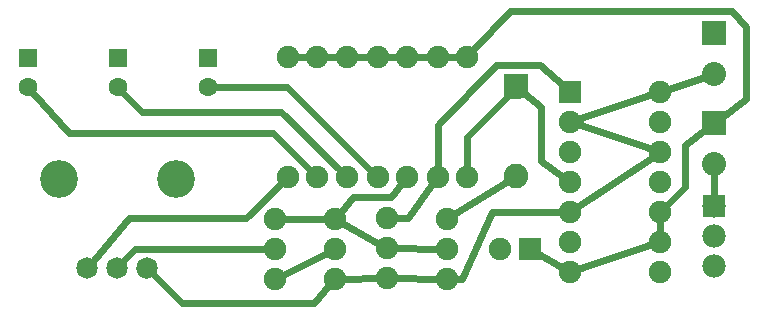
<source format=gtl>
G04 MADE WITH FRITZING*
G04 WWW.FRITZING.ORG*
G04 DOUBLE SIDED*
G04 HOLES PLATED*
G04 CONTOUR ON CENTER OF CONTOUR VECTOR*
%ASAXBY*%
%FSLAX23Y23*%
%MOIN*%
%OFA0B0*%
%SFA1.0B1.0*%
%ADD10C,0.075000*%
%ADD11C,0.082000*%
%ADD12C,0.080000*%
%ADD13C,0.071889*%
%ADD14C,0.071917*%
%ADD15C,0.124033*%
%ADD16C,0.078000*%
%ADD17C,0.062992*%
%ADD18C,0.125984*%
%ADD19R,0.082000X0.082000*%
%ADD20R,0.080000X0.080000*%
%ADD21R,0.075000X0.075000*%
%ADD22R,0.078000X0.078000*%
%ADD23R,0.062992X0.062992*%
%ADD24C,0.024000*%
%LNCOPPER1*%
G90*
G70*
G54D10*
X1588Y888D03*
X1588Y488D03*
X1487Y888D03*
X1487Y488D03*
X1388Y888D03*
X1388Y488D03*
X1287Y888D03*
X1287Y488D03*
X1687Y888D03*
X1687Y488D03*
X1187Y888D03*
X1187Y488D03*
X1088Y488D03*
X1088Y888D03*
G54D11*
X1851Y788D03*
X1851Y490D03*
G54D12*
X2508Y667D03*
X2508Y529D03*
G54D10*
X2030Y771D03*
X2330Y771D03*
X2030Y671D03*
X2330Y671D03*
X2030Y571D03*
X2330Y571D03*
X2030Y471D03*
X2330Y471D03*
X2030Y371D03*
X2330Y371D03*
X2030Y271D03*
X2330Y271D03*
X2030Y171D03*
X2330Y171D03*
X1619Y148D03*
X1619Y248D03*
X1619Y348D03*
X1419Y149D03*
X1419Y249D03*
X1419Y349D03*
X1246Y348D03*
X1246Y248D03*
X1246Y148D03*
X1046Y348D03*
X1046Y248D03*
X1046Y148D03*
X1895Y247D03*
X1795Y247D03*
G54D13*
X421Y185D03*
X521Y185D03*
G54D14*
X621Y185D03*
G54D15*
X326Y480D03*
X715Y480D03*
G54D16*
X2510Y391D03*
X2510Y291D03*
X2510Y191D03*
G54D17*
X822Y885D03*
X822Y786D03*
X522Y885D03*
X522Y787D03*
X222Y885D03*
X222Y786D03*
G54D12*
X2508Y967D03*
X2508Y829D03*
G54D18*
X325Y480D03*
X715Y480D03*
G54D19*
X1851Y789D03*
G54D20*
X2508Y667D03*
G54D21*
X2030Y771D03*
X1895Y247D03*
G54D22*
X2510Y391D03*
G54D23*
X822Y885D03*
X522Y885D03*
X222Y885D03*
G54D20*
X2508Y967D03*
G54D24*
X1490Y349D02*
X1571Y464D01*
D02*
X1447Y349D02*
X1490Y349D01*
D02*
X1588Y660D02*
X1783Y860D01*
D02*
X1783Y860D02*
X1929Y860D01*
D02*
X1929Y860D02*
X2009Y790D01*
D02*
X1588Y516D02*
X1588Y660D01*
D02*
X1306Y419D02*
X1433Y419D01*
D02*
X1265Y370D02*
X1306Y419D01*
D02*
X1433Y419D02*
X1470Y466D01*
D02*
X1075Y348D02*
X1217Y348D01*
D02*
X1271Y334D02*
X1394Y263D01*
D02*
X1447Y249D02*
X1590Y248D01*
D02*
X360Y634D02*
X1040Y634D01*
D02*
X240Y766D02*
X360Y634D01*
D02*
X1040Y634D02*
X1167Y508D01*
D02*
X1359Y888D02*
X1316Y888D01*
D02*
X1416Y888D02*
X1459Y888D01*
D02*
X1516Y888D02*
X1559Y888D01*
D02*
X1616Y888D02*
X1659Y888D01*
D02*
X1159Y888D02*
X1116Y888D01*
D02*
X2568Y1039D02*
X2615Y988D01*
D02*
X2615Y746D02*
X2533Y685D01*
D02*
X2615Y988D02*
X2615Y746D01*
D02*
X1829Y1039D02*
X2568Y1039D01*
D02*
X1707Y909D02*
X1829Y1039D01*
D02*
X1920Y233D02*
X2005Y185D01*
D02*
X2414Y452D02*
X2351Y391D01*
D02*
X2414Y592D02*
X2414Y452D01*
D02*
X2484Y647D02*
X2414Y592D01*
D02*
X604Y705D02*
X1067Y705D01*
D02*
X541Y768D02*
X604Y705D01*
D02*
X1067Y705D02*
X1267Y508D01*
D02*
X1687Y621D02*
X1687Y517D01*
D02*
X1829Y765D02*
X1687Y621D01*
D02*
X1933Y541D02*
X2007Y488D01*
D02*
X1933Y719D02*
X1933Y541D01*
D02*
X1876Y767D02*
X1933Y719D01*
D02*
X1086Y786D02*
X849Y786D01*
D02*
X1367Y508D02*
X1086Y786D01*
D02*
X951Y349D02*
X1068Y468D01*
D02*
X558Y349D02*
X951Y349D01*
D02*
X442Y210D02*
X558Y349D01*
D02*
X1643Y363D02*
X1824Y473D01*
D02*
X2509Y421D02*
X2508Y498D01*
D02*
X543Y209D02*
X579Y248D01*
D02*
X579Y248D02*
X1017Y248D01*
D02*
X1220Y235D02*
X1072Y161D01*
D02*
X735Y67D02*
X1175Y67D01*
D02*
X1175Y67D02*
X1227Y127D01*
D02*
X644Y161D02*
X735Y67D01*
D02*
X1275Y148D02*
X1390Y149D01*
D02*
X1447Y149D02*
X1590Y148D01*
D02*
X1771Y371D02*
X2002Y371D01*
D02*
X1669Y148D02*
X1771Y371D01*
D02*
X1647Y148D02*
X1669Y148D01*
D02*
X2057Y680D02*
X2303Y762D01*
D02*
X2057Y662D02*
X2303Y580D01*
D02*
X2307Y555D02*
X2054Y387D01*
D02*
X2358Y780D02*
X2479Y819D01*
D02*
X1259Y888D02*
X1216Y888D01*
D02*
X2330Y342D02*
X2330Y300D01*
D02*
X2303Y262D02*
X2057Y180D01*
G04 End of Copper1*
M02*
</source>
